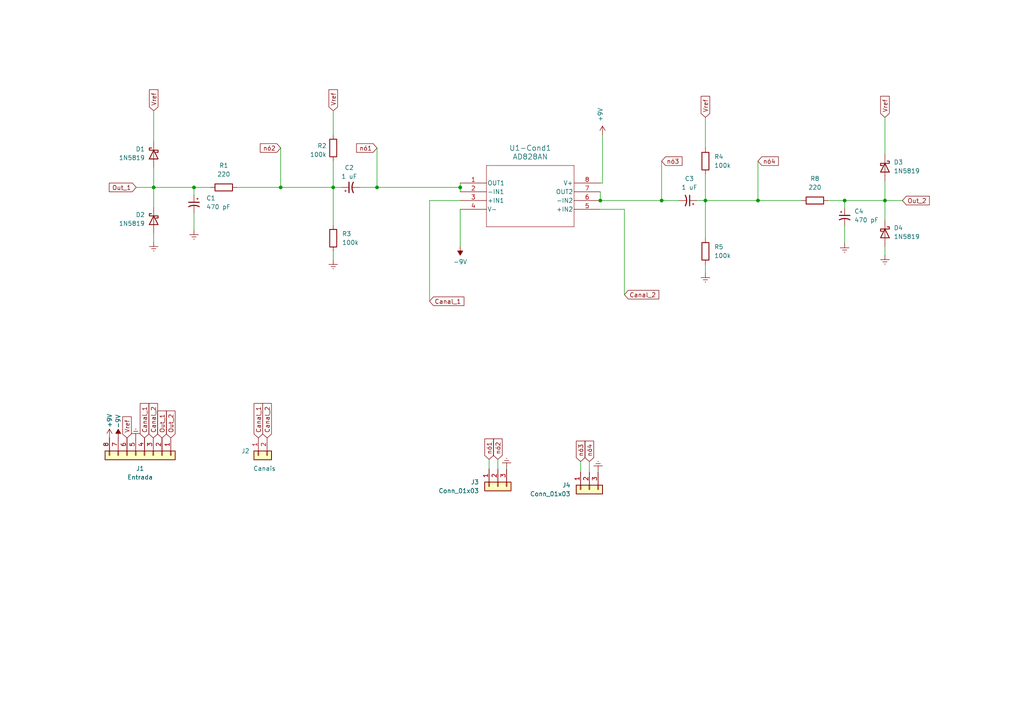
<source format=kicad_sch>
(kicad_sch (version 20230121) (generator eeschema)
  (paper "A4")
  (lib_symbols
    (symbol "AD828AN:AD828AN" (pin_names (offset 0.254))
      (property "Reference" "U" (at 20.32 10.16 0))
      (property "Value" "AD828AN" (at 20.32 7.62 0))
      (symbol "AD828AN_0_1"
        (polyline (pts (xy 7.62 -12.7) (xy 33.02 -12.7)) (stroke (width 0.127)))
        (polyline (pts (xy 7.62 5.08) (xy 7.62 -12.7)) (stroke (width 0.127)))
        (polyline (pts (xy 33.02 -12.7) (xy 33.02 5.08)) (stroke (width 0.127)))
        (polyline (pts (xy 33.02 5.08) (xy 7.62 5.08)) (stroke (width 0.127)))
        (pin unspecified line (at 0 0 0) (length 7.62) (name "OUT1") (number "1"))
        (pin unspecified line (at 0 -2.54 0) (length 7.62) (name "-IN1") (number "2"))
        (pin unspecified line (at 0 -5.08 0) (length 7.62) (name "+IN1") (number "3"))
        (pin power_in line (at 0 -7.62 0) (length 7.62) (name "V-") (number "4"))
        (pin unspecified line (at 40.64 -7.62 180) (length 7.62) (name "+IN2") (number "5"))
        (pin unspecified line (at 40.64 -5.08 180) (length 7.62) (name "-IN2") (number "6"))
        (pin unspecified line (at 40.64 -2.54 180) (length 7.62) (name "OUT2") (number "7"))
        (pin power_in line (at 40.64 0 180) (length 7.62) (name "V+") (number "8"))
      )
    )
    (symbol "Connector_Generic:Conn_01x02" (pin_names (offset 1.016) hide)
      (property "Reference" "J" (at 0 2.54 0))
      (property "Value" "Conn_01x02" (at 0 -5.08 0))
      (symbol "Conn_01x02_1_1"
        (rectangle (start -1.27 -2.413) (end 0 -2.667) (stroke (width 0.1524)))
        (rectangle (start -1.27 0.127) (end 0 -0.127) (stroke (width 0.1524)))
        (rectangle (start -1.27 1.27) (end 1.27 -3.81) (stroke (width 0.254)) (fill (type background)))
        (pin passive line (at -5.08 0 0) (length 3.81) (name "Pin_1") (number "1"))
        (pin passive line (at -5.08 -2.54 0) (length 3.81) (name "Pin_2") (number "2"))
      )
    )
    (symbol "Connector_Generic:Conn_01x03" (pin_names (offset 1.016) hide)
      (property "Reference" "J" (at 0 5.08 0))
      (property "Value" "Conn_01x03" (at 0 -5.08 0))
      (symbol "Conn_01x03_1_1"
        (rectangle (start -1.27 -2.413) (end 0 -2.667) (stroke (width 0.1524)))
        (rectangle (start -1.27 0.127) (end 0 -0.127) (stroke (width 0.1524)))
        (rectangle (start -1.27 2.667) (end 0 2.413) (stroke (width 0.1524)))
        (rectangle (start -1.27 3.81) (end 1.27 -3.81) (stroke (width 0.254)) (fill (type background)))
        (pin passive line (at -5.08 2.54 0) (length 3.81) (name "Pin_1") (number "1"))
        (pin passive line (at -5.08 0 0) (length 3.81) (name "Pin_2") (number "2"))
        (pin passive line (at -5.08 -2.54 0) (length 3.81) (name "Pin_3") (number "3"))
      )
    )
    (symbol "Connector_Generic:Conn_01x08" (pin_names (offset 1.016) hide)
      (property "Reference" "J" (at 0 10.16 0))
      (property "Value" "Conn_01x08" (at 0 -12.7 0))
      (symbol "Conn_01x08_1_1"
        (rectangle (start -1.27 -10.033) (end 0 -10.287) (stroke (width 0.1524)))
        (rectangle (start -1.27 -7.493) (end 0 -7.747) (stroke (width 0.1524)))
        (rectangle (start -1.27 -4.953) (end 0 -5.207) (stroke (width 0.1524)))
        (rectangle (start -1.27 -2.413) (end 0 -2.667) (stroke (width 0.1524)))
        (rectangle (start -1.27 0.127) (end 0 -0.127) (stroke (width 0.1524)))
        (rectangle (start -1.27 2.667) (end 0 2.413) (stroke (width 0.1524)))
        (rectangle (start -1.27 5.207) (end 0 4.953) (stroke (width 0.1524)))
        (rectangle (start -1.27 7.747) (end 0 7.493) (stroke (width 0.1524)))
        (rectangle (start -1.27 8.89) (end 1.27 -11.43) (stroke (width 0.254)) (fill (type background)))
        (pin passive line (at -5.08 7.62 0) (length 3.81) (name "Pin_1") (number "1"))
        (pin passive line (at -5.08 5.08 0) (length 3.81) (name "Pin_2") (number "2"))
        (pin passive line (at -5.08 2.54 0) (length 3.81) (name "Pin_3") (number "3"))
        (pin passive line (at -5.08 0 0) (length 3.81) (name "Pin_4") (number "4"))
        (pin passive line (at -5.08 -2.54 0) (length 3.81) (name "Pin_5") (number "5"))
        (pin passive line (at -5.08 -5.08 0) (length 3.81) (name "Pin_6") (number "6"))
        (pin passive line (at -5.08 -7.62 0) (length 3.81) (name "Pin_7") (number "7"))
        (pin passive line (at -5.08 -10.16 0) (length 3.81) (name "Pin_8") (number "8"))
      )
    )
    (symbol "Device:C_Polarized_Small_US" (pin_numbers hide) (pin_names (offset 0.254) hide)
      (property "Reference" "C" (at 0.254 1.778 0))
      (property "Value" "C_Polarized_Small_US" (at 0.254 -2.032 0))
      (symbol "C_Polarized_Small_US_0_1"
        (polyline (pts (xy -1.524 0.508) (xy 1.524 0.508)) (stroke (width 0.3048)))
        (polyline (pts (xy -1.27 1.524) (xy -0.762 1.524)))
        (polyline (pts (xy -1.016 1.27) (xy -1.016 1.778)))
        (arc (start 1.524 -0.762) (mid 0 -0.3734) (end -1.524 -0.762) (stroke (width 0.3048)))
      )
      (symbol "C_Polarized_Small_US_1_1"
        (pin passive line (at 0 2.54 270) (length 2.032) (name "~") (number "1"))
        (pin passive line (at 0 -2.54 90) (length 2.032) (name "~") (number "2"))
      )
    )
    (symbol "Device:R" (pin_numbers hide) (pin_names (offset 0))
      (property "Reference" "R" (at 2.032 0 90))
      (property "Value" "R" (at 0 0 90))
      (symbol "R_0_1"
        (rectangle (start -1.016 -2.54) (end 1.016 2.54) (stroke (width 0.254)))
      )
      (symbol "R_1_1"
        (pin passive line (at 0 3.81 270) (length 1.27) (name "~") (number "1"))
        (pin passive line (at 0 -3.81 90) (length 1.27) (name "~") (number "2"))
      )
    )
    (symbol "Diode:1N5819" (pin_numbers hide) (pin_names (offset 1.016) hide)
      (property "Reference" "D" (at 0 2.54 0))
      (property "Value" "1N5819" (at 0 -2.54 0))
      (symbol "1N5819_0_1"
        (polyline (pts (xy 1.27 0) (xy -1.27 0)))
        (polyline (pts (xy 1.27 1.27) (xy 1.27 -1.27) (xy -1.27 0) (xy 1.27 1.27)) (stroke (width 0.254)))
        (polyline (pts (xy -1.905 0.635) (xy -1.905 1.27) (xy -1.27 1.27) (xy -1.27 -1.27) (xy -0.635 -1.27) (xy -0.635 -0.635)) (stroke (width 0.254)))
      )
      (symbol "1N5819_1_1"
        (pin passive line (at -3.81 0 0) (length 2.54) (name "K") (number "1"))
        (pin passive line (at 3.81 0 180) (length 2.54) (name "A") (number "2"))
      )
    )
    (symbol "power:+9V" (power) (pin_names (offset 0))
      (property "Value" "+9V" (at 0 3.556 0))
      (symbol "+9V_0_1"
        (polyline (pts (xy -0.762 1.27) (xy 0 2.54)))
        (polyline (pts (xy 0 0) (xy 0 2.54)))
        (polyline (pts (xy 0 2.54) (xy 0.762 1.27)))
      )
      (symbol "+9V_1_1"
        (pin power_in line (at 0 0 90) (length 0) hide (name "+9V") (number "1"))
      )
    )
    (symbol "power:-9V" (power) (pin_names (offset 0))
      (property "Value" "-9V" (at 0 3.81 0))
      (symbol "-9V_0_1"
        (polyline (pts (xy 0 0) (xy 0 2.54)))
        (polyline (pts (xy 0.762 1.27) (xy -0.762 1.27) (xy 0 2.54) (xy 0.762 1.27)) (fill (type outline)))
      )
      (symbol "-9V_1_1"
        (pin power_in line (at 0 0 90) (length 0) hide (name "-9V") (number "1"))
      )
    )
    (symbol "power:Earth" (power) (pin_names (offset 0))
      (symbol "Earth_0_1"
        (polyline (pts (xy -0.635 -1.905) (xy 0.635 -1.905)))
        (polyline (pts (xy -0.127 -2.54) (xy 0.127 -2.54)))
        (polyline (pts (xy 0 -1.27) (xy 0 0)))
        (polyline (pts (xy 1.27 -1.27) (xy -1.27 -1.27)))
      )
      (symbol "Earth_1_1"
        (pin power_in line (at 0 0 270) (length 0) hide (name "Earth") (number "1"))
      )
    )
  )
  (junction (at 96.6482 54.356))
  (junction (at 133.4782 54.356))
  (junction (at 44.5782 54.356))
  (junction (at 219.8382 58.166))
  (junction (at 244.9842 58.166))
  (junction (at 256.6682 58.166))
  (junction (at 56.2622 54.356))
  (junction (at 191.8982 58.166))
  (junction (at 81.4082 54.356))
  (junction (at 109.3482 54.356))
  (junction (at 174.1182 58.166))
  (junction (at 204.5982 58.166))
  (wire (pts (xy 109.3482 54.356) (xy 104.2682 54.356)))
  (wire (pts (xy 168.402 133.858) (xy 168.402 136.906)))
  (wire (pts (xy 146.939 135.509) (xy 146.939 136.017)))
  (wire (pts (xy 174.1182 60.706) (xy 181.1032 60.706)))
  (wire (pts (xy 181.1032 85.471) (xy 181.1032 60.706)))
  (wire (pts (xy 56.2622 54.356) (xy 44.5782 54.356)))
  (wire (pts (xy 124.5882 87.376) (xy 124.5882 58.166)))
  (wire (pts (xy 81.4082 42.926) (xy 81.4082 54.356)))
  (wire (pts (xy 96.6482 72.898) (xy 96.6482 75.438)))
  (wire (pts (xy 202.0582 58.166) (xy 204.5982 58.166)))
  (wire (pts (xy 133.4782 60.706) (xy 133.4782 71.501)))
  (wire (pts (xy 256.6682 63.881) (xy 256.6682 58.166)))
  (wire (pts (xy 219.8382 58.166) (xy 232.5382 58.166)))
  (wire (pts (xy 204.5982 34.036) (xy 204.5982 42.926)))
  (wire (pts (xy 244.9842 65.532) (xy 244.9842 70.612)))
  (wire (pts (xy 44.5782 60.071) (xy 44.5782 54.356)))
  (wire (pts (xy 81.4082 54.356) (xy 68.7082 54.356)))
  (wire (pts (xy 173.482 136.398) (xy 173.482 136.906)))
  (wire (pts (xy 124.5882 58.166) (xy 133.4782 58.166)))
  (wire (pts (xy 244.9842 58.166) (xy 244.9842 60.452)))
  (wire (pts (xy 244.9842 58.166) (xy 256.6682 58.166)))
  (wire (pts (xy 256.6682 58.166) (xy 261.7482 58.166)))
  (wire (pts (xy 144.399 133.223) (xy 144.399 136.017)))
  (wire (pts (xy 109.3482 42.926) (xy 109.3482 54.356)))
  (wire (pts (xy 204.5982 58.166) (xy 204.5982 69.088)))
  (wire (pts (xy 96.6482 46.736) (xy 96.6482 54.356)))
  (wire (pts (xy 133.4782 53.086) (xy 133.4782 54.356)))
  (wire (pts (xy 219.8382 46.736) (xy 219.8382 58.166)))
  (wire (pts (xy 174.7532 39.116) (xy 174.7532 53.086)))
  (wire (pts (xy 204.5982 58.166) (xy 219.8382 58.166)))
  (wire (pts (xy 56.2622 61.722) (xy 56.2622 66.802)))
  (wire (pts (xy 240.1582 58.166) (xy 244.9842 58.166)))
  (wire (pts (xy 44.5782 48.641) (xy 44.5782 54.356)))
  (wire (pts (xy 256.6682 34.036) (xy 256.6682 44.831)))
  (wire (pts (xy 133.4782 54.356) (xy 109.3482 54.356)))
  (wire (pts (xy 56.2622 54.356) (xy 56.2622 56.642)))
  (wire (pts (xy 96.6482 32.131) (xy 96.6482 39.116)))
  (wire (pts (xy 174.7532 53.086) (xy 174.1182 53.086)))
  (wire (pts (xy 44.5782 67.691) (xy 44.5782 70.231)))
  (wire (pts (xy 44.5782 32.131) (xy 44.5782 41.021)))
  (wire (pts (xy 256.6682 71.501) (xy 256.6682 74.041)))
  (wire (pts (xy 204.5982 50.546) (xy 204.5982 58.166)))
  (wire (pts (xy 174.1182 55.626) (xy 174.1182 58.166)))
  (wire (pts (xy 191.8982 46.736) (xy 191.8982 58.166)))
  (wire (pts (xy 191.8982 58.166) (xy 174.1182 58.166)))
  (wire (pts (xy 96.6482 54.356) (xy 96.6482 65.278)))
  (wire (pts (xy 61.0882 54.356) (xy 56.2622 54.356)))
  (wire (pts (xy 141.859 133.223) (xy 141.859 136.017)))
  (wire (pts (xy 256.6682 52.451) (xy 256.6682 58.166)))
  (wire (pts (xy 170.942 133.858) (xy 170.942 136.906)))
  (wire (pts (xy 44.5782 54.356) (xy 39.4982 54.356)))
  (wire (pts (xy 99.1882 54.356) (xy 96.6482 54.356)))
  (wire (pts (xy 204.5982 76.708) (xy 204.5982 79.248)))
  (wire (pts (xy 133.4782 54.356) (xy 133.4782 55.626)))
  (wire (pts (xy 96.6482 54.356) (xy 81.4082 54.356)))
  (wire (pts (xy 191.8982 58.166) (xy 196.9782 58.166)))
  (global_label "Vref" (shape input) (at 36.83 127 90) (property "Intersheetrefs" "${INTERSHEET_REFS}" (effects hide)))
  (global_label "Canal_1" (shape input) (at 41.91 127 90) (property "Intersheetrefs" "${INTERSHEET_REFS}" (effects hide)))
  (global_label "Out_1" (shape input) (at 46.99 127 90) (property "Intersheetrefs" "${INTERSHEET_REFS}" (effects hide)))
  (global_label "nó1" (shape input) (at 141.859 133.223 90) (property "Intersheetrefs" "${INTERSHEET_REFS}" (effects hide)))
  (global_label "Vref" (shape input) (at 256.6682 34.036 90) (property "Intersheetrefs" "${INTERSHEET_REFS}" (effects hide)))
  (global_label "nó4" (shape input) (at 170.942 133.858 90) (property "Intersheetrefs" "${INTERSHEET_REFS}" (effects hide)))
  (global_label "Out_2" (shape input) (at 261.7482 58.166 0) (property "Intersheetrefs" "${INTERSHEET_REFS}" (effects hide)))
  (global_label "nó2" (shape input) (at 81.4082 42.926 180) (property "Intersheetrefs" "${INTERSHEET_REFS}" (effects hide)))
  (global_label "Vref" (shape input) (at 44.5782 32.131 90) (property "Intersheetrefs" "${INTERSHEET_REFS}" (effects hide)))
  (global_label "nó2" (shape input) (at 144.399 133.223 90) (property "Intersheetrefs" "${INTERSHEET_REFS}" (effects hide)))
  (global_label "Vref" (shape input) (at 96.6482 32.131 90) (property "Intersheetrefs" "${INTERSHEET_REFS}" (effects hide)))
  (global_label "Canal_1" (shape input) (at 74.93 127 90) (property "Intersheetrefs" "${INTERSHEET_REFS}" (effects hide)))
  (global_label "Canal_2" (shape input) (at 77.47 127 90) (property "Intersheetrefs" "${INTERSHEET_REFS}" (effects hide)))
  (global_label "Canal_1" (shape input) (at 124.5882 87.376 0) (property "Intersheetrefs" "${INTERSHEET_REFS}" (effects hide)))
  (global_label "Canal_2" (shape input) (at 44.45 127 90) (property "Intersheetrefs" "${INTERSHEET_REFS}" (effects hide)))
  (global_label "Vref" (shape input) (at 204.5982 34.036 90) (property "Intersheetrefs" "${INTERSHEET_REFS}" (effects hide)))
  (global_label "nó1" (shape input) (at 109.3482 42.926 180) (property "Intersheetrefs" "${INTERSHEET_REFS}" (effects hide)))
  (global_label "Canal_2" (shape input) (at 181.1032 85.471 0) (property "Intersheetrefs" "${INTERSHEET_REFS}" (effects hide)))
  (global_label "Out_2" (shape input) (at 49.53 127 90) (property "Intersheetrefs" "${INTERSHEET_REFS}" (effects hide)))
  (global_label "nó4" (shape input) (at 219.8382 46.736 0) (property "Intersheetrefs" "${INTERSHEET_REFS}" (effects hide)))
  (global_label "nó3" (shape input) (at 191.8982 46.736 0) (property "Intersheetrefs" "${INTERSHEET_REFS}" (effects hide)))
  (global_label "nó3" (shape input) (at 168.402 133.858 90) (property "Intersheetrefs" "${INTERSHEET_REFS}" (effects hide)))
  (global_label "Out_1" (shape input) (at 39.4982 54.356 180) (property "Intersheetrefs" "${INTERSHEET_REFS}" (effects hide)))
  (symbol (lib_id "Device:R") (at 204.5982 72.898 0) (unit 1)
    (property "Reference" "R5" (at 207.1382 71.628 0) (effects (justify left)))
    (property "Value" "100k" (at 207.1382 74.168 0) (effects (justify left)))
    (property "Footprint" "Resistor_THT:R_Axial_DIN0207_L6.3mm_D2.5mm_P7.62mm_Horizontal" (effects hide))
  )
  (symbol (lib_id "Device:C_Polarized_Small_US") (at 199.5182 58.166 270) (mirror x) (unit 1)
    (property "Reference" "C3" (at 199.95 51.816 90))
    (property "Value" "1 uF" (at 199.95 54.356 90))
    (property "Footprint" "Capacitor_THT:CP_Radial_D5.0mm_P2.50mm" (effects hide))
  )
  (symbol (lib_id "AD828AN:AD828AN") (at 133.4782 53.086 0) (unit 1)
    (property "Reference" "U1-Cond1" (at 153.7982 42.926 0) (effects (font (size 1.524 1.524))))
    (property "Value" "AD828AN" (at 153.7982 45.466 0) (effects (font (size 1.524 1.524))))
    (property "Footprint" "AD828:N_8_ADI" (effects hide))
    (property "Datasheet" "AD828AN" (effects hide))
  )
  (symbol (lib_id "Device:C_Polarized_Small_US") (at 244.9842 62.992 0) (unit 1)
    (property "Reference" "C4" (at 247.7782 61.2902 0) (effects (justify left)))
    (property "Value" "470 pF" (at 247.7782 63.8302 0) (effects (justify left)))
    (property "Footprint" "Capacitor_THT:CP_Radial_D5.0mm_P2.50mm" (effects hide))
  )
  (symbol (lib_id "power:Earth") (at 244.9842 70.612 0) (unit 1)
    (property "Reference" "#PWR045" (effects hide))
    (property "Value" "Earth" (effects hide))
  )
  (symbol (lib_id "Device:R") (at 64.8982 54.356 270) (mirror x) (unit 1)
    (property "Reference" "R1" (at 64.8982 48.006 90))
    (property "Value" "220" (at 64.8982 50.546 90))
    (property "Footprint" "Resistor_THT:R_Axial_DIN0207_L6.3mm_D2.5mm_P7.62mm_Horizontal" (effects hide))
  )
  (symbol (lib_id "Connector_Generic:Conn_01x08") (at 41.91 132.08 270) (unit 1)
    (property "Reference" "J1" (at 40.64 135.89 90))
    (property "Value" "Entrada" (at 40.64 138.43 90))
    (property "Footprint" "Connector_PinSocket_2.54mm:PinSocket_1x08_P2.54mm_Vertical" (effects hide))
  )
  (symbol (lib_id "Connector_Generic:Conn_01x02") (at 74.93 132.08 90) (mirror x) (unit 1)
    (property "Reference" "J2" (at 72.39 130.81 90) (effects (justify left)))
    (property "Value" "Canais" (at 80.01 135.89 90) (effects (justify left)))
    (property "Footprint" "Connector_PinHeader_2.54mm:PinHeader_1x02_P2.54mm_Vertical" (effects hide))
  )
  (symbol (lib_id "power:-9V") (at 133.4782 71.501 180) (unit 1)
    (property "Reference" "#PWR030" (effects hide))
    (property "Value" "-9V" (at 133.4782 75.946 0))
  )
  (symbol (lib_id "Diode:1N5819") (at 256.6682 67.691 270) (unit 1)
    (property "Reference" "D4" (at 259.2082 66.1035 90) (effects (justify left)))
    (property "Value" "1N5819" (at 259.2082 68.6435 90) (effects (justify left)))
    (property "Footprint" "Diode_THT:D_DO-41_SOD81_P10.16mm_Horizontal" (effects hide))
    (property "Datasheet" "http://www.vishay.com/docs/88525/1n5817.pdf" (effects hide))
  )
  (symbol (lib_id "power:Earth") (at 44.5782 70.231 0) (mirror y) (unit 1)
    (property "Reference" "#PWR015" (effects hide))
    (property "Value" "Earth" (effects hide))
  )
  (symbol (lib_id "power:Earth") (at 39.37 127 180) (unit 1)
    (property "Reference" "#PWR06" (effects hide))
    (property "Value" "Earth" (effects hide))
  )
  (symbol (lib_id "Device:R") (at 204.5982 46.736 0) (unit 1)
    (property "Reference" "R4" (at 207.1382 45.466 0) (effects (justify left)))
    (property "Value" "100k" (at 207.1382 48.006 0) (effects (justify left)))
    (property "Footprint" "Resistor_THT:R_Axial_DIN0207_L6.3mm_D2.5mm_P7.62mm_Horizontal" (effects hide))
  )
  (symbol (lib_id "Device:C_Polarized_Small_US") (at 101.7282 54.356 90) (unit 1)
    (property "Reference" "C2" (at 101.2964 48.641 90))
    (property "Value" "1 uF" (at 101.2964 51.181 90))
    (property "Footprint" "Capacitor_THT:CP_Radial_D5.0mm_P2.50mm" (effects hide))
  )
  (symbol (lib_id "Diode:1N5819") (at 44.5782 44.831 90) (mirror x) (unit 1)
    (property "Reference" "D1" (at 42.0382 43.2435 90) (effects (justify left)))
    (property "Value" "1N5819" (at 42.0382 45.7835 90) (effects (justify left)))
    (property "Footprint" "Diode_THT:D_DO-41_SOD81_P10.16mm_Horizontal" (effects hide))
    (property "Datasheet" "http://www.vishay.com/docs/88525/1n5817.pdf" (effects hide))
  )
  (symbol (lib_id "Device:R") (at 96.6482 69.088 0) (mirror y) (unit 1)
    (property "Reference" "R3" (at 99.1882 67.818 0) (effects (justify right)))
    (property "Value" "100k" (at 99.1882 70.358 0) (effects (justify right)))
    (property "Footprint" "Resistor_THT:R_Axial_DIN0207_L6.3mm_D2.5mm_P7.62mm_Horizontal" (effects hide))
  )
  (symbol (lib_id "Diode:1N5819") (at 44.5782 63.881 90) (mirror x) (unit 1)
    (property "Reference" "D2" (at 42.0382 62.2935 90) (effects (justify left)))
    (property "Value" "1N5819" (at 42.0382 64.8335 90) (effects (justify left)))
    (property "Footprint" "Diode_THT:D_DO-41_SOD81_P10.16mm_Horizontal" (effects hide))
    (property "Datasheet" "http://www.vishay.com/docs/88525/1n5817.pdf" (effects hide))
  )
  (symbol (lib_id "Connector_Generic:Conn_01x03") (at 170.942 141.986 90) (mirror x) (unit 1)
    (property "Reference" "J4" (at 165.481 140.716 90) (effects (justify left)))
    (property "Value" "Conn_01x03" (at 165.481 143.256 90) (effects (justify left)))
    (property "Footprint" "Connector_PinHeader_2.54mm:PinHeader_1x03_P2.54mm_Vertical" (effects hide))
  )
  (symbol (lib_id "Device:R") (at 236.3482 58.166 90) (unit 1)
    (property "Reference" "R8" (at 236.3482 51.816 90))
    (property "Value" "220" (at 236.3482 54.356 90))
    (property "Footprint" "Resistor_THT:R_Axial_DIN0207_L6.3mm_D2.5mm_P7.62mm_Horizontal" (effects hide))
  )
  (symbol (lib_id "power:Earth") (at 146.939 135.509 180) (unit 1)
    (property "Reference" "#PWR01" (effects hide))
    (property "Value" "Earth" (effects hide))
  )
  (symbol (lib_id "power:Earth") (at 96.6482 75.438 0) (mirror y) (unit 1)
    (property "Reference" "#PWR025" (effects hide))
    (property "Value" "Earth" (effects hide))
  )
  (symbol (lib_id "power:+9V") (at 31.75 127 0) (unit 1)
    (property "Reference" "#PWR07" (effects hide))
    (property "Value" "+9V" (at 31.7843 124.0436 90) (effects (justify left)))
  )
  (symbol (lib_id "power:Earth") (at 173.482 136.398 180) (unit 1)
    (property "Reference" "#PWR02" (effects hide))
    (property "Value" "Earth" (effects hide))
  )
  (symbol (lib_id "power:Earth") (at 56.2622 66.802 0) (mirror y) (unit 1)
    (property "Reference" "#PWR018" (effects hide))
    (property "Value" "Earth" (effects hide))
  )
  (symbol (lib_id "Device:R") (at 96.6482 42.926 0) (mirror y) (unit 1)
    (property "Reference" "R2" (at 94.7432 42.291 0) (effects (justify left)))
    (property "Value" "100k" (at 94.7432 44.831 0) (effects (justify left)))
    (property "Footprint" "Resistor_THT:R_Axial_DIN0207_L6.3mm_D2.5mm_P7.62mm_Horizontal" (effects hide))
  )
  (symbol (lib_id "Device:C_Polarized_Small_US") (at 56.2622 59.182 0) (mirror y) (unit 1)
    (property "Reference" "C1" (at 59.8182 57.4802 0) (effects (justify right)))
    (property "Value" "470 pF" (at 59.8182 60.0202 0) (effects (justify right)))
    (property "Footprint" "Capacitor_THT:CP_Radial_D5.0mm_P2.50mm" (effects hide))
  )
  (symbol (lib_id "power:+9V") (at 174.7532 39.116 0) (unit 1)
    (property "Reference" "#PWR038" (effects hide))
    (property "Value" "+9V" (at 174.1182 35.306 90) (effects (justify left)))
  )
  (symbol (lib_id "power:Earth") (at 204.5982 79.248 0) (unit 1)
    (property "Reference" "#PWR040" (effects hide))
    (property "Value" "Earth" (effects hide))
  )
  (symbol (lib_id "power:Earth") (at 256.6682 74.041 0) (unit 1)
    (property "Reference" "#PWR048" (effects hide))
    (property "Value" "Earth" (effects hide))
  )
  (symbol (lib_id "Connector_Generic:Conn_01x03") (at 144.399 141.097 90) (mirror x) (unit 1)
    (property "Reference" "J3" (at 138.938 139.827 90) (effects (justify left)))
    (property "Value" "Conn_01x03" (at 138.938 142.367 90) (effects (justify left)))
    (property "Footprint" "Connector_PinHeader_2.54mm:PinHeader_1x03_P2.54mm_Vertical" (effects hide))
  )
  (symbol (lib_id "Diode:1N5819") (at 256.6682 48.641 270) (unit 1)
    (property "Reference" "D3" (at 259.2082 47.0535 90) (effects (justify left)))
    (property "Value" "1N5819" (at 259.2082 49.5935 90) (effects (justify left)))
    (property "Footprint" "Diode_THT:D_DO-41_SOD81_P10.16mm_Horizontal" (effects hide))
    (property "Datasheet" "http://www.vishay.com/docs/88525/1n5817.pdf" (effects hide))
  )
  (symbol (lib_id "power:-9V") (at 34.29 127 0) (unit 1)
    (property "Reference" "#PWR08" (effects hide))
    (property "Value" "-9V" (at 34.2562 124.2547 90) (effects (justify left)))
  )
)
</source>
